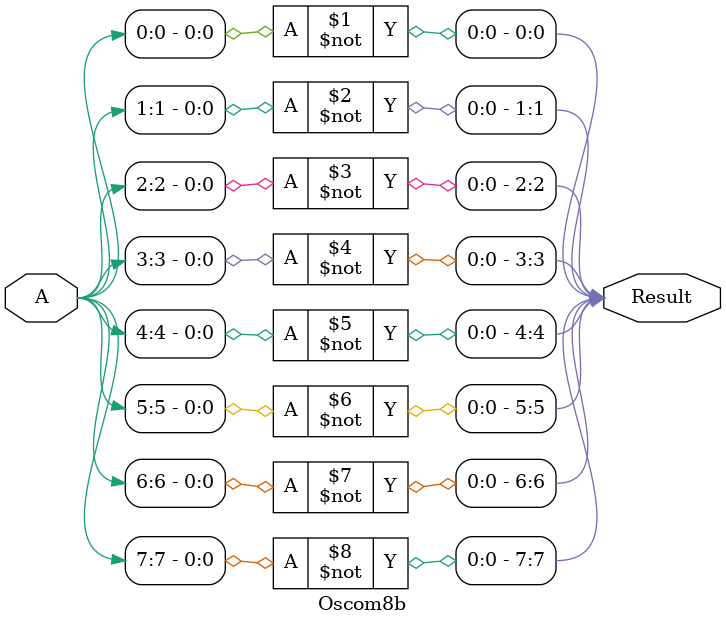
<source format=sv>

module Oscom8b(A, Result);
    input [7:0] A;

    output [7:0] Result;

    not n1(Result[0], A[0]);
    not n2(Result[1], A[1]);
    not n3(Result[2], A[2]);
    not n4(Result[3], A[3]);
    not n5(Result[4], A[4]);
    not n6(Result[5], A[5]);
    not n7(Result[6], A[6]);
    not n8(Result[7], A[7]);
endmodule
</source>
